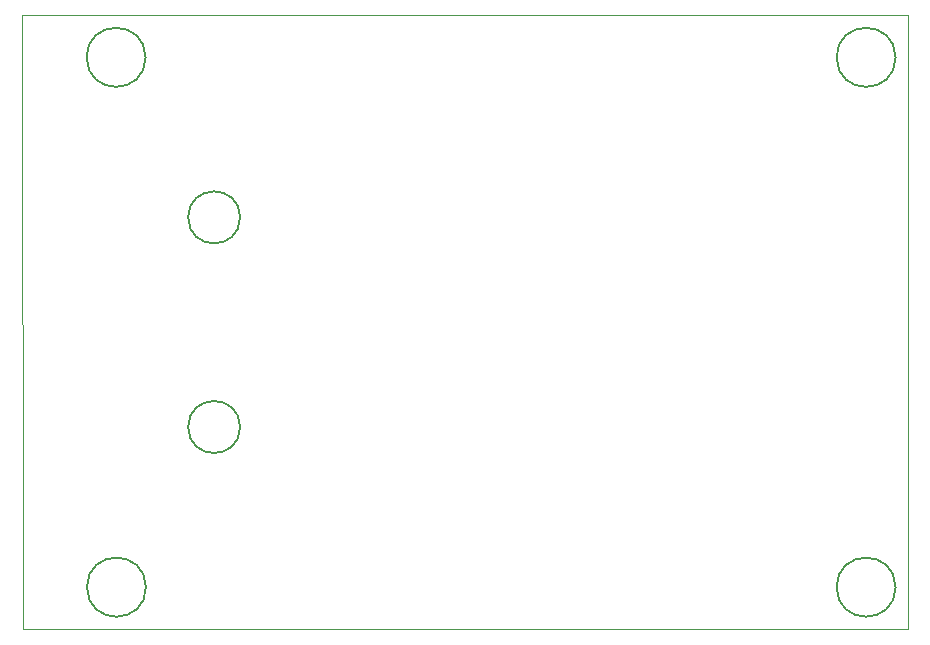
<source format=gbr>
G04 #@! TF.GenerationSoftware,KiCad,Pcbnew,(5.1.5)-3*
G04 #@! TF.CreationDate,2020-11-02T01:39:05+01:00*
G04 #@! TF.ProjectId,LogAn,4c6f6741-6e2e-46b6-9963-61645f706362,rev?*
G04 #@! TF.SameCoordinates,Original*
G04 #@! TF.FileFunction,OtherDrawing,Comment*
%FSLAX46Y46*%
G04 Gerber Fmt 4.6, Leading zero omitted, Abs format (unit mm)*
G04 Created by KiCad (PCBNEW (5.1.5)-3) date 2020-11-02 01:39:05*
%MOMM*%
%LPD*%
G04 APERTURE LIST*
%ADD10C,0.150000*%
%ADD11C,0.050000*%
G04 APERTURE END LIST*
D10*
X76200000Y-42420000D02*
G75*
G03X76200000Y-42420000I-2500000J0D01*
G01*
X139700000Y-42425620D02*
G75*
G03X139700000Y-42425620I-2500000J0D01*
G01*
X139700000Y-87279480D02*
G75*
G03X139700000Y-87279480I-2500000J0D01*
G01*
X76230000Y-87280000D02*
G75*
G03X76230000Y-87280000I-2500000J0D01*
G01*
X84200000Y-55971800D02*
G75*
G03X84200000Y-55971800I-2200000J0D01*
G01*
X84200000Y-73723140D02*
G75*
G03X84200000Y-73723140I-2200000J0D01*
G01*
D11*
X140710920Y-90850720D02*
X65778380Y-90850720D01*
X140716000Y-38854380D02*
X140710920Y-90850720D01*
X65773300Y-38858340D02*
X140716000Y-38854380D01*
X65778380Y-90850720D02*
X65773300Y-38858340D01*
M02*

</source>
